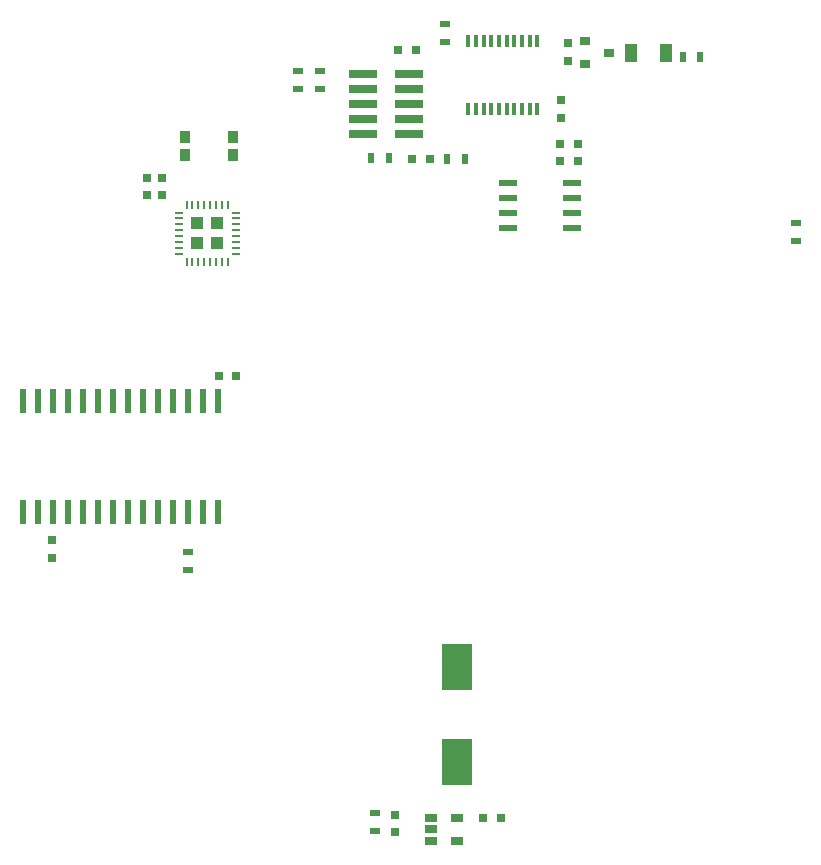
<source format=gbr>
G04 #@! TF.GenerationSoftware,KiCad,Pcbnew,(5.1.5)-3*
G04 #@! TF.CreationDate,2020-06-25T10:39:46+02:00*
G04 #@! TF.ProjectId,StepperClockK02,53746570-7065-4724-936c-6f636b4b3032,v1.0*
G04 #@! TF.SameCoordinates,Original*
G04 #@! TF.FileFunction,Paste,Top*
G04 #@! TF.FilePolarity,Positive*
%FSLAX46Y46*%
G04 Gerber Fmt 4.6, Leading zero omitted, Abs format (unit mm)*
G04 Created by KiCad (PCBNEW (5.1.5)-3) date 2020-06-25 10:39:46*
%MOMM*%
%LPD*%
G04 APERTURE LIST*
%ADD10R,2.400000X0.740000*%
%ADD11R,0.400000X1.000000*%
%ADD12R,1.000000X1.600000*%
%ADD13R,0.800000X0.750000*%
%ADD14R,0.750000X0.800000*%
%ADD15R,0.600000X2.000000*%
%ADD16R,1.060000X0.650000*%
%ADD17R,0.900000X0.500000*%
%ADD18R,2.500000X4.000000*%
%ADD19R,0.500000X0.900000*%
%ADD20R,0.900000X0.800000*%
%ADD21R,1.550000X0.600000*%
%ADD22R,0.250000X0.700000*%
%ADD23R,0.700000X0.250000*%
%ADD24R,1.035000X1.035000*%
%ADD25R,0.900000X1.000000*%
%ADD26R,0.800000X0.800000*%
G04 APERTURE END LIST*
D10*
X91235800Y-110920740D03*
X95135800Y-110920740D03*
X91235800Y-112190740D03*
X95135800Y-112190740D03*
X91235800Y-113460740D03*
X95135800Y-113460740D03*
X91235800Y-114730740D03*
X95135800Y-114730740D03*
X91235800Y-116000740D03*
X95135800Y-116000740D03*
D11*
X106040800Y-108140740D03*
X105390800Y-108140740D03*
X104740800Y-108140740D03*
X104090800Y-108140740D03*
X103440800Y-108140740D03*
X102790800Y-108140740D03*
X102140800Y-108140740D03*
X101490800Y-108140740D03*
X100840800Y-108140740D03*
X100190800Y-108140740D03*
X100190800Y-113940740D03*
X100840800Y-113940740D03*
X101490800Y-113940740D03*
X102140800Y-113940740D03*
X102790800Y-113940740D03*
X103440800Y-113940740D03*
X104090800Y-113940740D03*
X104740800Y-113940740D03*
X105390800Y-113940740D03*
X106040800Y-113940740D03*
D12*
X113945800Y-109120740D03*
X116945800Y-109120740D03*
D13*
X102925800Y-173910740D03*
X101425800Y-173910740D03*
D14*
X93975800Y-175140740D03*
X93975800Y-173640740D03*
D15*
X79000800Y-138660740D03*
X77730800Y-138660740D03*
X76460800Y-138660740D03*
X75190800Y-138660740D03*
X73920800Y-138660740D03*
X72650800Y-138660740D03*
X71380800Y-138660740D03*
X70110800Y-138660740D03*
X68840800Y-138660740D03*
X67570800Y-138660740D03*
X66300800Y-138660740D03*
X65030800Y-138660740D03*
X63760800Y-138660740D03*
X62490800Y-138660740D03*
X62490800Y-148060740D03*
X63760800Y-148060740D03*
X65030800Y-148060740D03*
X66300800Y-148060740D03*
X67570800Y-148060740D03*
X68840800Y-148060740D03*
X70110800Y-148060740D03*
X71380800Y-148060740D03*
X72650800Y-148060740D03*
X73920800Y-148060740D03*
X75190800Y-148060740D03*
X76460800Y-148060740D03*
X77730800Y-148060740D03*
X79000800Y-148060740D03*
D16*
X97005800Y-173940740D03*
X97005800Y-174890740D03*
X97005800Y-175840740D03*
X99205800Y-175840740D03*
X99205800Y-173940740D03*
D17*
X98195800Y-106690740D03*
X98195800Y-108190740D03*
X92285800Y-174990740D03*
X92285800Y-173490740D03*
D18*
X99195800Y-169160740D03*
X99195800Y-161160740D03*
D19*
X119825800Y-109460740D03*
X118325800Y-109460740D03*
D14*
X108055800Y-113130740D03*
X108055800Y-114630740D03*
D20*
X110105800Y-108170740D03*
X110105800Y-110070740D03*
X112105800Y-109120740D03*
D21*
X103565800Y-120205740D03*
X103565800Y-121475740D03*
X103565800Y-122745740D03*
X103565800Y-124015740D03*
X108965800Y-124015740D03*
X108965800Y-122745740D03*
X108965800Y-121475740D03*
X108965800Y-120205740D03*
D22*
X79825800Y-122020740D03*
X79325800Y-122020740D03*
X78825800Y-122020740D03*
X78325800Y-122020740D03*
X77825800Y-122020740D03*
X77325800Y-122020740D03*
X76825800Y-122020740D03*
X76325800Y-122020740D03*
D23*
X75675800Y-122670740D03*
X75675800Y-123170740D03*
X75675800Y-123670740D03*
X75675800Y-124170740D03*
X75675800Y-124670740D03*
X75675800Y-125170740D03*
X75675800Y-125670740D03*
X75675800Y-126170740D03*
D22*
X76325800Y-126820740D03*
X76825800Y-126820740D03*
X77325800Y-126820740D03*
X77825800Y-126820740D03*
X78325800Y-126820740D03*
X78825800Y-126820740D03*
X79325800Y-126820740D03*
X79825800Y-126820740D03*
D23*
X80475800Y-126170740D03*
X80475800Y-125670740D03*
X80475800Y-125170740D03*
X80475800Y-124670740D03*
X80475800Y-124170740D03*
X80475800Y-123670740D03*
X80475800Y-123170740D03*
X80475800Y-122670740D03*
D24*
X77213300Y-125283240D03*
X78938300Y-125283240D03*
X77213300Y-123558240D03*
X78938300Y-123558240D03*
D25*
X76181800Y-116234740D03*
X76181800Y-117834740D03*
X80281800Y-116234740D03*
X80281800Y-117834740D03*
D19*
X99865800Y-118160740D03*
X98365800Y-118160740D03*
X93435800Y-118050740D03*
X91935800Y-118050740D03*
D17*
X85775800Y-110696740D03*
X85775800Y-112196740D03*
X87629800Y-110696740D03*
X87629800Y-112196740D03*
X127965800Y-125070740D03*
X127965800Y-123570740D03*
X76445800Y-151400740D03*
X76445800Y-152900740D03*
D26*
X96925800Y-118160740D03*
X95425800Y-118160740D03*
D14*
X74285800Y-121220740D03*
X74285800Y-119720740D03*
X72955800Y-119720740D03*
X72955800Y-121220740D03*
X108625800Y-108320740D03*
X108625800Y-109820740D03*
D13*
X107945800Y-118310740D03*
X109445800Y-118310740D03*
X107945800Y-116860740D03*
X109445800Y-116860740D03*
D14*
X64925800Y-151910740D03*
X64925800Y-150410740D03*
D13*
X95757800Y-108906740D03*
X94257800Y-108906740D03*
X80535800Y-136470740D03*
X79035800Y-136470740D03*
M02*

</source>
